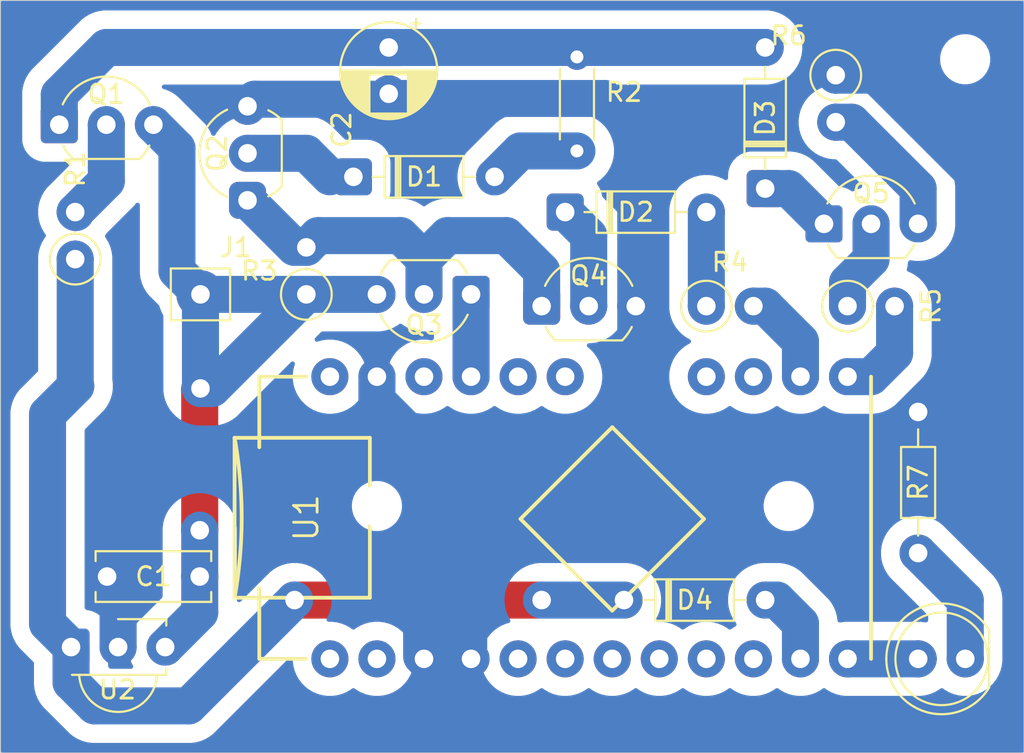
<source format=kicad_pcb>
(kicad_pcb (version 20241229) (generator "pcbnew") (generator_version "9.0")
  (layers (0 "F.Cu" signal) (2 "B.Cu" signal) (13 "F.Paste" user) (15 "B.Paste" user) (5 "F.SilkS" user "F.Silkscreen") (7 "B.SilkS" user "B.Silkscreen") (1 "F.Mask" user) (3 "B.Mask" user) (25 "Edge.Cuts" user))
  (net 0 "")
  (net 1 "GND")
  (net 2 "+5V")
  (net 3 "Net-(D1-A)")
  (net 4 "Net-(D1-K)")
  (net 5 "IR_OUT")
  (net 7 "Net-(D4-A)")
  (net 8 "Net-(D3-K)")
  (net 9 "Net-(D2-A)")
  (net 10 "Net-(D3-A)")
  (net 11 "Net-(Q1-B)")
  (net 12 "Net-(Q2-C)")
  (net 13 "VCC")
  (net 14 "ON_OFF")
  (net 15 "DISCH")
  (net 16 "Net-(D5-K)")
  (net 17 "Net-(D2-K)")
  (net 18 "Net-(Q5-E)")
  (net 19 "Net-(Q5-B)")
  (net 20 "LED")
  (footprint "Resistor_THT:R_Axial_DIN0207_L6.3mm_D2.5mm_P2.54mm_Vertical" (layer "F.Cu") (at 146.275 64.77 90)
    (property "Reference" "R1" (at 4.855 0 90) (layer "F.SilkS"))
    (property "Value" "47K" (hide yes))
    (fp_line (start 1.37 0) (end 1.44 0) (stroke (width 0.12)) (layer "F.SilkS"))
    (fp_circle (center 0 0) (end 1.37 0) (stroke (width 0.12)) (fill no) (layer "F.SilkS"))
    (pad "1" thru_hole circle (at 0 0 90) (size 2 2) (drill 1) (layers "*.Cu" "*.Mask") (net 5 "IR_OUT"))
    (pad "2" thru_hole circle (at 2.54 0 90) (size 2 2) (drill 1) (layers "*.Cu" "*.Mask") (net 11 "Net-(Q1-B)"))
  )
  (footprint "Custom:Arduino_Pro_Micro" (layer "F.Cu") (at 172.72 78.74 90)
    (property "Reference" "U1" (at 0 -13.97 90) (layer "F.SilkS") (effects (font (size 1.27 1.27))))
    (property "Value" "Arduino_Pro_Micro")
    (fp_line (start 4.318 -17.8435) (end 4.318 -10.541) (stroke (width 0.2032)) (layer "F.SilkS"))
    (fp_line (start -4.318 -17.8435) (end 4.318 -17.8435) (stroke (width 0.2032)) (layer "F.SilkS"))
    (fp_line (start 7.62 -16.51) (end 7.62 -13.97) (stroke (width 0.2032)) (layer "F.SilkS"))
    (fp_line (start 3.81 -16.51) (end 7.62 -16.51) (stroke (width 0.2032)) (layer "F.SilkS"))
    (fp_line (start -3.81 -16.51) (end -7.62 -16.51) (stroke (width 0.2032)) (layer "F.SilkS"))
    (fp_line (start -7.62 -16.51) (end -7.62 -13.97) (stroke (width 0.2032)) (layer "F.SilkS"))
    (fp_line (start 4.318 -10.541) (end -4.318 -10.541) (stroke (width 0.2032)) (layer "F.SilkS"))
    (fp_line (start -4.318 -10.541) (end -4.318 -17.8435) (stroke (width 0.2032)) (layer "F.SilkS"))
    (fp_line (start -0.0635 -2.413) (end -5.0165 2.54) (stroke (width 0.2032)) (layer "F.SilkS"))
    (fp_line (start 4.8895 2.54) (end -0.0635 -2.413) (stroke (width 0.2032)) (layer "F.SilkS"))
    (fp_line (start -5.0165 2.54) (end -0.0635 7.493) (stroke (width 0.2032)) (layer "F.SilkS"))
    (fp_line (start -0.0635 7.493) (end 4.8895 2.54) (stroke (width 0.2032)) (layer "F.SilkS"))
    (fp_line (start 7.62 16.51) (end -7.62 16.51) (stroke (width 0.2032)) (layer "F.SilkS"))
    (fp_arc (start 4.318 -17.8435) (mid 0 -17.460445) (end -4.318 -17.8435) (stroke (width 0.2032)) (layer "F.SilkS"))
    (pad "1" thru_hole circle (at -7.62 -12.7 90) (size 2 2) (drill 1) (layers "*.Cu" "*.Mask"))
    (pad "2" thru_hole circle (at -7.62 -10.16 90) (size 2 2) (drill 1) (layers "*.Cu" "*.Mask"))
    (pad "3" thru_hole circle (at -7.62 -7.62 90) (size 2 2) (drill 1) (layers "*.Cu" "*.Mask") (net 1 "GND"))
    (pad "4" thru_hole circle (at -7.62 -5.08 90) (size 2 2) (drill 1) (layers "*.Cu" "*.Mask") (net 1 "GND"))
    (pad "5" thru_hole circle (at -7.62 -2.54 90) (size 2 2) (drill 1) (layers "*.Cu" "*.Mask"))
    (pad "6" thru_hole circle (at -7.62 0 90) (size 2 2) (drill 1) (layers "*.Cu" "*.Mask"))
    (pad "7" thru_hole circle (at -7.62 2.54 90) (size 2 2) (drill 1) (layers "*.Cu" "*.Mask"))
    (pad "8" thru_hole circle (at -7.62 5.08 90) (size 2 2) (drill 1) (layers "*.Cu" "*.Mask"))
    (pad "9" thru_hole circle (at -7.62 7.62 90) (size 2 2) (drill 1) (layers "*.Cu" "*.Mask"))
    (pad "10" thru_hole circle (at -7.62 10.16 90) (size 2 2) (drill 1) (layers "*.Cu" "*.Mask"))
    (pad "11" thru_hole circle (at -7.62 12.7 90) (size 2 2) (drill 1) (layers "*.Cu" "*.Mask") (net 7 "Net-(D4-A)"))
    (pad "12" thru_hole circle (at -7.62 15.24 90) (size 2 2) (drill 1) (layers "*.Cu" "*.Mask") (net 20 "LED"))
    (pad "13" thru_hole circle (at 7.62 15.24 90) (size 2 2) (drill 1) (layers "*.Cu" "*.Mask") (net 15 "DISCH"))
    (pad "14" thru_hole circle (at 7.62 12.7 90) (size 2 2) (drill 1) (layers "*.Cu" "*.Mask") (net 14 "ON_OFF"))
    (pad "15" thru_hole circle (at 7.62 10.16 90) (size 2 2) (drill 1) (layers "*.Cu" "*.Mask"))
    (pad "16" thru_hole circle (at 7.62 7.62 90) (size 2 2) (drill 1) (layers "*.Cu" "*.Mask"))
    (pad "19" thru_hole circle (at 7.62 0 90) (size 2 2) (drill 1) (layers "*.Cu" "*.Mask"))
    (pad "20" thru_hole circle (at 7.62 -2.54 90) (size 2 2) (drill 1) (layers "*.Cu" "*.Mask"))
    (pad "21" thru_hole circle (at 7.62 -5.08 90) (size 2 2) (drill 1) (layers "*.Cu" "*.Mask") (net 13 "VCC"))
    (pad "22" thru_hole circle (at 7.62 -7.62 90) (size 2 2) (drill 1) (layers "*.Cu" "*.Mask"))
    (pad "23" thru_hole circle (at 7.62 -10.16 90) (size 2 2) (drill 1) (layers "*.Cu" "*.Mask") (net 1 "GND"))
    (pad "24" thru_hole circle (at 7.62 -12.7 90) (size 2 2) (drill 1) (layers "*.Cu" "*.Mask"))
  )
  (footprint "Resistor_THT:R_Axial_DIN0207_L6.3mm_D2.5mm_P2.54mm_Vertical" (layer "F.Cu") (at 158.75 66.675 90)
    (property "Reference" "R3" (at 1.27 -2.54 0) (layer "F.SilkS"))
    (property "Value" "100K" (hide yes))
    (fp_line (start 1.37 0) (end 1.44 0) (stroke (width 0.12)) (layer "F.SilkS"))
    (fp_circle (center 0 0) (end 1.37 0) (stroke (width 0.12)) (fill no) (layer "F.SilkS"))
    (pad "1" thru_hole circle (at 0 0 90) (size 2 2) (drill 1) (layers "*.Cu" "*.Mask") (net 2 "+5V"))
    (pad "2" thru_hole circle (at 2.54 0 90) (size 2 2) (drill 1) (layers "*.Cu" "*.Mask") (net 12 "Net-(Q2-C)"))
  )
  (footprint "Capacitor_THT:C_Disc_D6.0mm_W2.5mm_P5.00mm" (layer "F.Cu") (at 147.995 81.915)
    (property "Reference" "C1" (at 2.5 0 0) (layer "F.SilkS"))
    (property "Value" "100nF" (hide yes))
    (fp_line (start -0.62 -1.37) (end 5.62 -1.37) (stroke (width 0.12)) (layer "F.SilkS"))
    (fp_line (start -0.62 -0.835) (end -0.62 -1.37) (stroke (width 0.12)) (layer "F.SilkS"))
    (fp_line (start -0.62 1.37) (end -0.62 0.835) (stroke (width 0.12)) (layer "F.SilkS"))
    (fp_line (start 5.62 -1.37) (end 5.62 -0.835) (stroke (width 0.12)) (layer "F.SilkS"))
    (fp_line (start 5.62 0.835) (end 5.62 1.37) (stroke (width 0.12)) (layer "F.SilkS"))
    (fp_line (start 5.62 1.37) (end -0.62 1.37) (stroke (width 0.12)) (layer "F.SilkS"))
    (pad "1" thru_hole circle (at 0 0) (size 2 2) (drill 1) (layers "*.Cu" "*.Mask") (net 1 "GND"))
    (pad "2" thru_hole circle (at 5 0) (size 2 2) (drill 1) (layers "*.Cu" "*.Mask") (net 2 "+5V"))
  )
  (footprint "Resistor_THT:R_Axial_DIN0204_L3.6mm_D1.6mm_P7.62mm_Horizontal" (layer "F.Cu") (at 191.77 80.645 90)
    (property "Reference" "R7" (at 3.81 0 90) (layer "F.SilkS"))
    (property "Value" "4K7" (hide yes))
    (fp_line (start 6.68 0) (end 5.73 0) (stroke (width 0.12)) (layer "F.SilkS"))
    (fp_line (start 0.94 0) (end 1.89 0) (stroke (width 0.12)) (layer "F.SilkS"))
    (fp_rect (start 1.89 -0.92) (end 5.73 0.92) (stroke (width 0.12)) (fill no) (layer "F.SilkS"))
    (pad "1" thru_hole circle (at 0 0 90) (size 2 2) (drill 1) (layers "*.Cu" "*.Mask") (net 16 "Net-(D5-K)"))
    (pad "2" thru_hole circle (at 7.62 0 90) (size 2 2) (drill 1) (layers "*.Cu" "*.Mask") (net 1 "GND"))
  )
  (footprint "Resistor_THT:R_Axial_DIN0207_L6.3mm_D2.5mm_P2.54mm_Vertical" (layer "F.Cu") (at 180.34 67.31)
    (property "Reference" "R4" (at 1.27 -2.37 0) (layer "F.SilkS"))
    (property "Value" "10K" (hide yes))
    (fp_line (start 1.37 0) (end 1.44 0) (stroke (width 0.12)) (layer "F.SilkS"))
    (fp_circle (center 0 0) (end 1.37 0) (stroke (width 0.12)) (fill no) (layer "F.SilkS"))
    (pad "1" thru_hole circle (at 0 0) (size 2 2) (drill 1) (layers "*.Cu" "*.Mask") (net 9 "Net-(D2-A)"))
    (pad "2" thru_hole circle (at 2.54 0) (size 2 2) (drill 1) (layers "*.Cu" "*.Mask") (net 14 "ON_OFF"))
  )
  (footprint "Diode_THT:D_DO-35_SOD27_P7.62mm_Horizontal" (layer "F.Cu") (at 183.515 60.96 90)
    (property "Reference" "D3" (at 3.81 0 90) (layer "F.SilkS"))
    (property "Value" "1N4148" (hide yes))
    (fp_line (start 2.53 -1.12) (end 2.53 1.12) (stroke (width 0.12)) (layer "F.SilkS"))
    (fp_line (start 2.41 -1.12) (end 2.41 1.12) (stroke (width 0.12)) (layer "F.SilkS"))
    (fp_line (start 2.29 -1.12) (end 2.29 1.12) (stroke (width 0.12)) (layer "F.SilkS"))
    (fp_line (start 6.58 0) (end 5.93 0) (stroke (width 0.12)) (layer "F.SilkS"))
    (fp_line (start 1.04 0) (end 1.69 0) (stroke (width 0.12)) (layer "F.SilkS"))
    (fp_rect (start 1.69 -1.12) (end 5.93 1.12) (stroke (width 0.12)) (fill no) (layer "F.SilkS"))
    (pad "1" thru_hole roundrect (at 0 0 90) (size 2 2) (drill 1) (layers "*.Cu" "*.Mask") (roundrect_rratio 0.15625) (net 8 "Net-(D3-K)"))
    (pad "2" thru_hole circle (at 7.62 0 90) (size 2 2) (drill 1) (layers "*.Cu" "*.Mask") (net 10 "Net-(D3-A)"))
  )
  (footprint "Package_TO_SOT_THT:TO-92_Inline_Wide" (layer "F.Cu") (at 171.45 67.31)
    (property "Reference" "Q4" (at 2.54 -1.65 0) (layer "F.SilkS"))
    (property "Value" "BC547" (hide yes))
    (fp_line (start 0.74 1.85) (end 4.34 1.85) (stroke (width 0.12)) (layer "F.SilkS"))
    (fp_arc (start 0.1836 -1.098807) (mid 1.143021 -2.192817) (end 2.54 -2.6) (stroke (width 0.12)) (layer "F.SilkS"))
    (fp_arc (start 0.74 1.85) (mid 0.446097 1.509328) (end 0.215816 1.122795) (stroke (width 0.12)) (layer "F.SilkS"))
    (fp_arc (start 2.54 -2.6) (mid 3.936979 -2.192818) (end 4.8964 -1.098807) (stroke (width 0.12)) (layer "F.SilkS"))
    (fp_arc (start 4.864184 1.122795) (mid 4.633903 1.509328) (end 4.34 1.85) (stroke (width 0.12)) (layer "F.SilkS"))
    (pad "1" thru_hole roundrect (at 0 0) (size 2 2) (drill 1) (layers "*.Cu" "*.Mask") (roundrect_rratio 0.1666666667) (net 12 "Net-(Q2-C)"))
    (pad "2" thru_hole circle (at 2.54 0) (size 2 2) (drill 1) (layers "*.Cu" "*.Mask") (net 17 "Net-(D2-K)"))
    (pad "3" thru_hole circle (at 5.08 0) (size 2 2) (drill 1) (layers "*.Cu" "*.Mask") (net 1 "GND"))
  )
  (footprint "Resistor_THT:R_Axial_DIN0207_L6.3mm_D2.5mm_P2.54mm_Vertical" (layer "F.Cu") (at 187.325 54.835 -90)
    (property "Reference" "R6" (at -2.13 2.54 180) (layer "F.SilkS"))
    (property "Value" "4K7" (hide yes))
    (fp_line (start 1.37 0) (end 1.44 0) (stroke (width 0.12)) (layer "F.SilkS"))
    (fp_circle (center 0 0) (end 1.37 0) (stroke (width 0.12)) (fill no) (layer "F.SilkS"))
    (pad "1" thru_hole circle (at 0 0 270) (size 2 2) (drill 1) (layers "*.Cu" "*.Mask") (net 1 "GND"))
    (pad "2" thru_hole circle (at 2.54 0 270) (size 2 2) (drill 1) (layers "*.Cu" "*.Mask") (net 18 "Net-(Q5-E)"))
  )
  (footprint "LED_THT:LED_D5.0mm" (layer "F.Cu") (at 194.315 86.36 180)
    (property "Reference" "D5" (hide yes))
    (property "Value" "LED" (hide yes))
    (fp_line (start -1.29 -1.545) (end -1.29 1.545) (stroke (width 0.12)) (layer "F.SilkS"))
    (fp_arc (start 4.26 0) (mid 2.071779 2.880495) (end -1.29 1.54483) (stroke (width 0.12)) (layer "F.SilkS"))
    (fp_arc (start -1.29 -1.54483) (mid 2.071779 -2.880495) (end 4.26 0) (stroke (width 0.12)) (layer "F.SilkS"))
    (fp_circle (center 1.27 0) (end 3.77 0) (stroke (width 0.12)) (fill no) (layer "F.SilkS"))
    (pad "1" thru_hole circle (at 0 0 180) (size 2 2) (drill 1) (layers "*.Cu" "*.Mask") (net 16 "Net-(D5-K)"))
    (pad "2" thru_hole circle (at 2.54 0 180) (size 2 2) (drill 1) (layers "*.Cu" "*.Mask") (net 20 "LED"))
  )
  (footprint "Capacitor_THT:CP_Radial_D5.0mm_P2.50mm" (layer "F.Cu") (at 163.195 53.34 -90)
    (property "Reference" "C2" (at 4.445 2.54 90) (layer "F.SilkS"))
    (property "Value" "10uF" (hide yes))
    (fp_line (start 1.49 1.04) (end 1.49 2.569) (stroke (width 0.12)) (layer "F.SilkS"))
    (fp_line (start 1.53 1.04) (end 1.53 2.565) (stroke (width 0.12)) (layer "F.SilkS"))
    (fp_line (start 1.57 1.04) (end 1.57 2.56) (stroke (width 0.12)) (layer "F.SilkS"))
    (fp_line (start 1.61 1.04) (end 1.61 2.555) (stroke (width 0.12)) (layer "F.SilkS"))
    (fp_line (start 1.65 1.04) (end 1.65 2.549) (stroke (width 0.12)) (layer "F.SilkS"))
    (fp_line (start 1.69 1.04) (end 1.69 2.543) (stroke (width 0.12)) (layer "F.SilkS"))
    (fp_line (start 1.73 1.04) (end 1.73 2.536) (stroke (width 0.12)) (layer "F.SilkS"))
    (fp_line (start 1.77 1.04) (end 1.77 2.528) (stroke (width 0.12)) (layer "F.SilkS"))
    (fp_line (start 1.81 1.04) (end 1.81 2.519) (stroke (width 0.12)) (layer "F.SilkS"))
    (fp_line (start 1.85 1.04) (end 1.85 2.51) (stroke (width 0.12)) (layer "F.SilkS"))
    (fp_line (start 1.89 1.04) (end 1.89 2.501) (stroke (width 0.12)) (layer "F.SilkS"))
    (fp_line (start 1.93 1.04) (end 1.93 2.49) (stroke (width 0.12)) (layer "F.SilkS"))
    (fp_line (start 1.97 1.04) (end 1.97 2.479) (stroke (width 0.12)) (layer "F.SilkS"))
    (fp_line (start 2.01 1.04) (end 2.01 2.467) (stroke (width 0.12)) (layer "F.SilkS"))
    (fp_line (start 2.05 1.04) (end 2.05 2.455) (stroke (width 0.12)) (layer "F.SilkS"))
    (fp_line (start 2.09 1.04) (end 2.09 2.442) (stroke (width 0.12)) (layer "F.SilkS"))
    (fp_line (start 2.13 1.04) (end 2.13 2.428) (stroke (width 0.12)) (layer "F.SilkS"))
    (fp_line (start 2.17 1.04) (end 2.17 2.413) (stroke (width 0.12)) (layer "F.SilkS"))
    (fp_line (start 2.21 1.04) (end 2.21 2.398) (stroke (width 0.12)) (layer "F.SilkS"))
    (fp_line (start 2.25 1.04) (end 2.25 2.382) (stroke (width 0.12)) (layer "F.SilkS"))
    (fp_line (start 2.29 1.04) (end 2.29 2.365) (stroke (width 0.12)) (layer "F.SilkS"))
    (fp_line (start 2.33 1.04) (end 2.33 2.347) (stroke (width 0.12)) (layer "F.SilkS"))
    (fp_line (start 2.37 1.04) (end 2.37 2.329) (stroke (width 0.12)) (layer "F.SilkS"))
    (fp_line (start 2.41 1.04) (end 2.41 2.309) (stroke (width 0.12)) (layer "F.SilkS"))
    (fp_line (start 2.45 1.04) (end 2.45 2.289) (stroke (width 0.12)) (layer "F.SilkS"))
    (fp_line (start 2.49 1.04) (end 2.49 2.268) (stroke (width 0.12)) (layer "F.SilkS"))
    (fp_line (start 2.53 1.04) (end 2.53 2.246) (stroke (width 0.12)) (layer "F.SilkS"))
    (fp_line (start 2.57 1.04) (end 2.57 2.223) (stroke (width 0.12)) (layer "F.SilkS"))
    (fp_line (start 2.61 1.04) (end 2.61 2.199) (stroke (width 0.12)) (layer "F.SilkS"))
    (fp_line (start 2.65 1.04) (end 2.65 2.175) (stroke (width 0.12)) (layer "F.SilkS"))
    (fp_line (start 2.69 1.04) (end 2.69 2.149) (stroke (width 0.12)) (layer "F.SilkS"))
    (fp_line (start 2.73 1.04) (end 2.73 2.122) (stroke (width 0.12)) (layer "F.SilkS"))
    (fp_line (start 2.77 1.04) (end 2.77 2.094) (stroke (width 0.12)) (layer "F.SilkS"))
    (fp_line (start 2.81 1.04) (end 2.81 2.065) (stroke (width 0.12)) (layer "F.SilkS"))
    (fp_line (start 2.85 1.04) (end 2.85 2.035) (stroke (width 0.12)) (layer "F.SilkS"))
    (fp_line (start 2.89 1.04) (end 2.89 2.003) (stroke (width 0.12)) (layer "F.SilkS"))
    (fp_line (start 2.93 1.04) (end 2.93 1.97) (stroke (width 0.12)) (layer "F.SilkS"))
    (fp_line (start 2.97 1.04) (end 2.97 1.936) (stroke (width 0.12)) (layer "F.SilkS"))
    (fp_line (start 3.01 1.04) (end 3.01 1.901) (stroke (width 0.12)) (layer "F.SilkS"))
    (fp_line (start 3.05 1.04) (end 3.05 1.864) (stroke (width 0.12)) (layer "F.SilkS"))
    (fp_line (start 3.09 1.04) (end 3.09 1.825) (stroke (width 0.12)) (layer "F.SilkS"))
    (fp_line (start 3.13 1.04) (end 3.13 1.785) (stroke (width 0.12)) (layer "F.SilkS"))
    (fp_line (start 3.17 1.04) (end 3.17 1.743) (stroke (width 0.12)) (layer "F.SilkS"))
    (fp_line (start 3.21 1.04) (end 3.21 1.699) (stroke (width 0.12)) (layer "F.SilkS"))
    (fp_line (start 3.25 1.04) (end 3.25 1.652) (stroke (width 0.12)) (layer "F.SilkS"))
    (fp_line (start 3.29 1.04) (end 3.29 1.604) (stroke (width 0.12)) (layer "F.SilkS"))
    (fp_line (start 3.33 1.04) (end 3.33 1.553) (stroke (width 0.12)) (layer "F.SilkS"))
    (fp_line (start 3.37 1.04) (end 3.37 1.499) (stroke (width 0.12)) (layer "F.SilkS"))
    (fp_line (start 3.41 1.04) (end 3.41 1.443) (stroke (width 0.12)) (layer "F.SilkS"))
    (fp_line (start 3.45 1.04) (end 3.45 1.383) (stroke (width 0.12)) (layer "F.SilkS"))
    (fp_line (start 3.49 1.04) (end 3.49 1.319) (stroke (width 0.12)) (layer "F.SilkS"))
    (fp_line (start 3.53 1.04) (end 3.53 1.251) (stroke (width 0.12)) (layer "F.SilkS"))
    (fp_line (start 3.85 -0.283) (end 3.85 0.283) (stroke (width 0.12)) (layer "F.SilkS"))
    (fp_line (start 3.81 -0.517) (end 3.81 0.517) (stroke (width 0.12)) (layer "F.SilkS"))
    (fp_line (start 3.77 -0.677) (end 3.77 0.677) (stroke (width 0.12)) (layer "F.SilkS"))
    (fp_line (start 3.73 -0.805) (end 3.73 0.805) (stroke (width 0.12)) (layer "F.SilkS"))
    (fp_line (start 3.69 -0.914) (end 3.69 0.914) (stroke (width 0.12)) (layer "F.SilkS"))
    (fp_line (start 3.65 -1.011) (end 3.65 1.011) (stroke (width 0.12)) (layer "F.SilkS"))
    (fp_line (start 3.61 -1.098) (end 3.61 1.098) (stroke (width 0.12)) (layer "F.SilkS"))
    (fp_line (start 3.57 -1.177) (end 3.57 1.177) (stroke (width 0.12)) (layer "F.SilkS"))
    (fp_line (start 3.53 -1.251) (end 3.53 -1.04) (stroke (width 0.12)) (layer "F.SilkS"))
    (fp_line (start 3.49 -1.319) (end 3.49 -1.04) (stroke (width 0.12)) (layer "F.SilkS"))
    (fp_line (start 3.45 -1.383) (end 3.45 -1.04) (stroke (width 0.12)) (layer "F.SilkS"))
    (fp_line (start 3.41 -1.443) (end 3.41 -1.04) (stroke (width 0.12)) (layer "F.SilkS"))
    (fp_line (start -1.554775 -1.475) (end -1.054775 -1.475) (stroke (width 0.12)) (layer "F.SilkS"))
    (fp_line (start 3.37 -1.499) (end 3.37 -1.04) (stroke (width 0.12)) (layer "F.SilkS"))
    (fp_line (start 3.33 -1.553) (end 3.33 -1.04) (stroke (width 0.12)) (layer "F.SilkS"))
    (fp_line (start 3.29 -1.604) (end 3.29 -1.04) (stroke (width 0.12)) (layer "F.SilkS"))
    (fp_line (start 3.25 -1.652) (end 3.25 -1.04) (stroke (width 0.12)) (layer "F.SilkS"))
    (fp_line (start 3.21 -1.699) (end 3.21 -1.04) (stroke (width 0.12)) (layer "F.SilkS"))
    (fp_line (start -1.304775 -1.725) (end -1.304775 -1.225) (stroke (width 0.12)) (layer "F.SilkS"))
    (fp_line (start 3.17 -1.743) (end 3.17 -1.04) (stroke (width 0.12)) (layer "F.SilkS"))
    (fp_line (start 3.13 -1.785) (end 3.13 -1.04) (stroke (width 0.12)) (layer "F.SilkS"))
    (fp_line (start 3.09 -1.825) (end 3.09 -1.04) (stroke (width 0.12)) (layer "F.SilkS"))
    (fp_line (start 3.05 -1.864) (end 3.05 -1.04) (stroke (width 0.12)) (layer "F.SilkS"))
    (fp_line (start 3.01 -1.901) (end 3.01 -1.04) (stroke (width 0.12)) (layer "F.SilkS"))
    (fp_line (start 2.97 -1.936) (end 2.97 -1.04) (stroke (width 0.12)) (layer "F.SilkS"))
    (fp_line (start 2.93 -1.97) (end 2.93 -1.04) (stroke (width 0.12)) (layer "F.SilkS"))
    (fp_line (start 2.89 -2.003) (end 2.89 -1.04) (stroke (width 0.12)) (layer "F.SilkS"))
    (fp_line (start 2.85 -2.035) (end 2.85 -1.04) (stroke (width 0.12)) (layer "F.SilkS"))
    (fp_line (start 2.81 -2.065) (end 2.81 -1.04) (stroke (width 0.12)) (layer "F.SilkS"))
    (fp_line (start 2.77 -2.094) (end 2.77 -1.04) (stroke (width 0.12)) (layer "F.SilkS"))
    (fp_line (start 2.73 -2.122) (end 2.73 -1.04) (stroke (width 0.12)) (layer "F.SilkS"))
    (fp_line (start 2.69 -2.149) (end 2.69 -1.04) (stroke (width 0.12)) (layer "F.SilkS"))
    (fp_line (start 2.65 -2.175) (end 2.65 -1.04) (stroke (width 0.12)) (layer "F.SilkS"))
    (fp_line (start 2.61 -2.199) (end 2.61 -1.04) (stroke (width 0.12)) (layer "F.SilkS"))
    (fp_line (start 2.57 -2.223) (end 2.57 -1.04) (stroke (width 0.12)) (layer "F.SilkS"))
    (fp_line (start 2.53 -2.246) (end 2.53 -1.04) (stroke (width 0.12)) (layer "F.SilkS"))
    (fp_line (start 2.49 -2.268) (end 2.49 -1.04) (stroke (width 0.12)) (layer "F.SilkS"))
    (fp_line (start 2.45 -2.289) (end 2.45 -1.04) (stroke (width 0.12)) (layer "F.SilkS"))
    (fp_line (start 2.41 -2.309) (end 2.41 -1.04) (stroke (width 0.12)) (layer "F.SilkS"))
    (fp_line (start 2.37 -2.329) (end 2.37 -1.04) (stroke (width 0.12)) (layer "F.SilkS"))
    (fp_line (start 2.33 -2.347) (end 2.33 -1.04) (stroke (width 0.12)) (layer "F.SilkS"))
    (fp_line (start 2.29 -2.365) (end 2.29 -1.04) (stroke (width 0.12)) (layer "F.SilkS"))
    (fp_line (start 2.25 -2.382) (end 2.25 -1.04) (stroke (width 0.12)) (layer "F.SilkS"))
    (fp_line (start 2.21 -2.398) (end 2.21 -1.04) (stroke (width 0.12)) (layer "F.SilkS"))
    (fp_line (start 2.17 -2.413) (end 2.17 -1.04) (stroke (width 0.12)) (layer "F.SilkS"))
    (fp_line (start 2.13 -2.428) (end 2.13 -1.04) (stroke (width 0.12)) (layer "F.SilkS"))
    (fp_line (start 2.09 -2.442) (end 2.09 -1.04) (stroke (width 0.12)) (layer "F.SilkS"))
    (fp_line (start 2.05 -2.455) (end 2.05 -1.04) (stroke (width 0.12)) (layer "F.SilkS"))
    (fp_line (start 2.01 -2.467) (end 2.01 -1.04) (stroke (width 0.12)) (layer "F.SilkS"))
    (fp_line (start 1.97 -2.479) (end 1.97 -1.04) (stroke (width 0.12)) (layer "F.SilkS"))
    (fp_line (start 1.93 -2.49) (end 1.93 -1.04) (stroke (width 0.12)) (layer "F.SilkS"))
    (fp_line (start 1.89 -2.501) (end 1.89 -1.04) (stroke (width 0.12)) (layer "F.SilkS"))
    (fp_line (start 1.85 -2.51) (end 1.85 -1.04) (stroke (width 0.12)) (layer "F.SilkS"))
    (fp_line (start 1.81 -2.519) (end 1.81 -1.04) (stroke (width 0.12)) (layer "F.SilkS"))
    (fp_line (start 1.77 -2.528) (end 1.77 -1.04) (stroke (width 0.12)) (layer "F.SilkS"))
    (fp_line (start 1.73 -2.536) (end 1.73 -1.04) (stroke (width 0.12)) (layer "F.SilkS"))
    (fp_line (start 1.69 -2.543) (end 1.69 -1.04) (stroke (width 0.12)) (layer "F.SilkS"))
    (fp_line (start 1.65 -2.549) (end 1.65 -1.04) (stroke (width 0.12)) (layer "F.SilkS"))
    (fp_line (start 1.61 -2.555) (end 1.61 -1.04) (stroke (width 0.12)) (layer "F.SilkS"))
    (fp_line (start 1.57 -2.56) (end 1.57 -1.04) (stroke (width 0.12)) (layer "F.SilkS"))
    (fp_line (start 1.53 -2.565) (end 1.53 -1.04) (stroke (width 0.12)) (layer "F.SilkS"))
    (fp_line (start 1.49 -2.569) (end 1.49 -1.04) (stroke (width 0.12)) (layer "F.SilkS"))
    (fp_line (start 1.45 -2.572) (end 1.45 2.572) (stroke (width 0.12)) (layer "F.SilkS"))
    (fp_line (start 1.41 -2.575) (end 1.41 2.575) (stroke (width 0.12)) (layer "F.SilkS"))
    (fp_line (start 1.37 -2.577) (end 1.37 2.577) (stroke (width 0.12)) (layer "F.SilkS"))
    (fp_line (start 1.33 -2.579) (end 1.33 2.579) (stroke (width 0.12)) (layer "F.SilkS"))
    (fp_line (start 1.25 -2.58) (end 1.25 2.58) (stroke (width 0.12)) (layer "F.SilkS"))
    (fp_line (start 1.29 -2.58) (end 1.29 2.58) (stroke (width 0.12)) (layer "F.SilkS"))
    (fp_circle (center 1.25 0) (end 3.87 0) (stroke (width 0.12)) (fill no) (layer "F.SilkS"))
    (pad "1" thru_hole roundrect (at 0 0 270) (size 2 2) (drill 1) (layers "*.Cu" "*.Mask") (roundrect_rratio 0.15625) (net 10 "Net-(D3-A)"))
    (pad "2" thru_hole circle (at 2.5 0 270) (size 2 2) (drill 1) (layers "*.Cu" "*.Mask") (net 1 "GND"))
  )
  (footprint "MountingHole:MountingHole_2.2mm_M2_ISO7380" (layer "F.Cu") (at 194.31 53.975)
    (property "Reference" "H1" (hide yes))
    (property "Value" "MountingHole" (hide yes))
    (pad "" np_thru_hole circle (at 0 0) (size 2.2 2.2) (drill 2.2) (layers "*.Cu" "*.Mask"))
  )
  (footprint "Connector_Pin:Pin_D1.2mm_L11.3mm_W3.0mm_Flat" (layer "F.Cu") (at 153.035 66.675)
    (property "Reference" "J1" (at 1.905 -2.54 0) (layer "F.SilkS"))
    (property "Value" "USB")
    (fp_line (start -1.6 -1.4) (end 1.6 -1.4) (stroke (width 0.12)) (layer "F.SilkS"))
    (fp_line (start -1.6 1.4) (end -1.6 -1.4) (stroke (width 0.12)) (layer "F.SilkS"))
    (fp_line (start 1.6 -1.4) (end 1.6 1.4) (stroke (width 0.12)) (layer "F.SilkS"))
    (fp_line (start 1.6 1.4) (end -1.6 1.4) (stroke (width 0.12)) (layer "F.SilkS"))
    (pad "1" thru_hole circle (at 0 0) (size 2.6 2.6) (drill 1) (layers "*.Cu" "*.Mask") (net 2 "+5V"))
  )
  (footprint "Package_TO_SOT_THT:TO-92_Inline_Wide" (layer "F.Cu") (at 145.415 57.51)
    (property "Reference" "Q1" (at 2.54 -1.65 0) (layer "F.SilkS"))
    (property "Value" "BC557" (hide yes))
    (fp_line (start 0.74 1.85) (end 4.34 1.85) (stroke (width 0.12)) (layer "F.SilkS"))
    (fp_arc (start 0.1836 -1.098807) (mid 1.143021 -2.192817) (end 2.54 -2.6) (stroke (width 0.12)) (layer "F.SilkS"))
    (fp_arc (start 0.74 1.85) (mid 0.446097 1.509328) (end 0.215816 1.122795) (stroke (width 0.12)) (layer "F.SilkS"))
    (fp_arc (start 2.54 -2.6) (mid 3.936979 -2.192818) (end 4.8964 -1.098807) (stroke (width 0.12)) (layer "F.SilkS"))
    (fp_arc (start 4.864184 1.122795) (mid 4.633903 1.509328) (end 4.34 1.85) (stroke (width 0.12)) (layer "F.SilkS"))
    (pad "1" thru_hole roundrect (at 0 0) (size 2 2) (drill 1) (layers "*.Cu" "*.Mask") (roundrect_rratio 0.125) (net 10 "Net-(D3-A)"))
    (pad "2" thru_hole circle (at 2.54 0) (size 2 2) (drill 1) (layers "*.Cu" "*.Mask") (net 11 "Net-(Q1-B)"))
    (pad "3" thru_hole circle (at 5.08 0) (size 2 2) (drill 1) (layers "*.Cu" "*.Mask") (net 2 "+5V"))
  )
  (footprint "Package_TO_SOT_THT:TO-92_Inline_Wide" (layer "F.Cu") (at 186.69 62.865)
    (property "Reference" "Q5" (at 2.54 -1.65 0) (layer "F.SilkS"))
    (property "Value" "BC547" (hide yes))
    (fp_line (start 0.74 1.85) (end 4.34 1.85) (stroke (width 0.12)) (layer "F.SilkS"))
    (fp_arc (start 0.1836 -1.098807) (mid 1.143021 -2.192817) (end 2.54 -2.6) (stroke (width 0.12)) (layer "F.SilkS"))
    (fp_arc (start 0.74 1.85) (mid 0.446097 1.509328) (end 0.215816 1.122795) (stroke (width 0.12)) (layer "F.SilkS"))
    (fp_arc (start 2.54 -2.6) (mid 3.936979 -2.192818) (end 4.8964 -1.098807) (stroke (width 0.12)) (layer "F.SilkS"))
    (fp_arc (start 4.864184 1.122795) (mid 4.633903 1.509328) (end 4.34 1.85) (stroke (width 0.12)) (layer "F.SilkS"))
    (pad "1" thru_hole roundrect (at 0 0) (size 2 2) (drill 1) (layers "*.Cu" "*.Mask") (roundrect_rratio 0.125) (net 8 "Net-(D3-K)"))
    (pad "2" thru_hole circle (at 2.54 0) (size 2 2) (drill 1) (layers "*.Cu" "*.Mask") (net 19 "Net-(Q5-B)"))
    (pad "3" thru_hole circle (at 5.08 0) (size 2 2) (drill 1) (layers "*.Cu" "*.Mask") (net 18 "Net-(Q5-E)"))
  )
  (footprint "Diode_THT:D_DO-35_SOD27_P7.62mm_Horizontal" (layer "F.Cu") (at 161.29 60.325)
    (property "Reference" "D1" (at 3.81 0 0) (layer "F.SilkS"))
    (property "Value" "1N4148" (hide yes))
    (fp_line (start 1.04 0) (end 1.69 0) (stroke (width 0.12)) (layer "F.SilkS"))
    (fp_line (start 2.29 -1.12) (end 2.29 1.12) (stroke (width 0.12)) (layer "F.SilkS"))
    (fp_line (start 2.41 -1.12) (end 2.41 1.12) (stroke (width 0.12)) (layer "F.SilkS"))
    (fp_line (start 2.53 -1.12) (end 2.53 1.12) (stroke (width 0.12)) (layer "F.SilkS"))
    (fp_line (start 6.58 0) (end 5.93 0) (stroke (width 0.12)) (layer "F.SilkS"))
    (fp_rect (start 1.69 -1.12) (end 5.93 1.12) (stroke (width 0.12)) (fill no) (layer "F.SilkS"))
    (pad "1" thru_hole roundrect (at 0 0) (size 2 2) (drill 1) (layers "*.Cu" "*.Mask") (roundrect_rratio 0.15625) (net 4 "Net-(D1-K)"))
    (pad "2" thru_hole circle (at 7.62 0) (size 2 2) (drill 1) (layers "*.Cu" "*.Mask") (net 3 "Net-(D1-A)"))
  )
  (footprint "MountingHole:MountingHole_2.2mm_M2_ISO7380" (layer "F.Cu") (at 184.785 78.105)
    (property "Reference" "H3" (hide yes))
    (property "Value" "MountingHole" (hide yes))
    (pad "" np_thru_hole circle (at 0 0) (size 2.2 2.2) (drill 2.2) (layers "*.Cu" "*.Mask"))
  )
  (footprint "Package_TO_SOT_THT:TO-92_Inline_Wide" (layer "F.Cu") (at 167.64 66.675 180)
    (property "Reference" "Q3" (at 2.54 -1.65 0) (layer "F.SilkS"))
    (property "Value" "BC557" (hide yes))
    (fp_line (start 0.74 1.85) (end 4.34 1.85) (stroke (width 0.12)) (layer "F.SilkS"))
    (fp_arc (start 4.864184 1.122795) (mid 4.633903 1.509328) (end 4.34 1.85) (stroke (width 0.12)) (layer "F.SilkS"))
    (fp_arc (start 2.54 -2.6) (mid 3.936979 -2.192818) (end 4.8964 -1.098807) (stroke (width 0.12)) (layer "F.SilkS"))
    (fp_arc (start 0.74 1.85) (mid 0.446097 1.509328) (end 0.215816 1.122795) (stroke (width 0.12)) (layer "F.SilkS"))
    (fp_arc (start 0.1836 -1.098807) (mid 1.143021 -2.192817) (end 2.54 -2.6) (stroke (width 0.12)) (layer "F.SilkS"))
    (pad "1" thru_hole roundrect (at 0 0 180) (size 2 2) (drill 1) (layers "*.Cu" "*.Mask") (roundrect_rratio 0.125) (net 13 "VCC"))
    (pad "2" thru_hole circle (at 2.54 0 180) (size 2 2) (drill 1) (layers "*.Cu" "*.Mask") (net 12 "Net-(Q2-C)"))
    (pad "3" thru_hole circle (at 5.08 0 180) (size 2 2) (drill 1) (layers "*.Cu" "*.Mask") (net 2 "+5V"))
  )
  (footprint "Diode_THT:D_DO-35_SOD27_P7.62mm_Horizontal" (layer "F.Cu") (at 172.72 62.23)
    (property "Reference" "D2" (at 3.81 0 0) (layer "F.SilkS"))
    (property "Value" "1N4148" (hide yes))
    (fp_line (start 1.04 0) (end 1.69 0) (stroke (width 0.12)) (layer "F.SilkS"))
    (fp_line (start 2.29 -1.12) (end 2.29 1.12) (stroke (width 0.12)) (layer "F.SilkS"))
    (fp_line (start 2.41 -1.12) (end 2.41 1.12) (stroke (width 0.12)) (layer "F.SilkS"))
    (fp_line (start 2.53 -1.12) (end 2.53 1.12) (stroke (width 0.12)) (layer "F.SilkS"))
    (fp_line (start 6.58 0) (end 5.93 0) (stroke (width 0.12)) (layer "F.SilkS"))
    (fp_rect (start 1.69 -1.12) (end 5.93 1.12) (stroke (width 0.12)) (fill no) (layer "F.SilkS"))
    (pad "1" thru_hole roundrect (at 0 0) (size 2 2) (drill 1) (layers "*.Cu" "*.Mask") (roundrect_rratio 0.15625) (net 17 "Net-(D2-K)"))
    (pad "2" thru_hole circle (at 7.62 0) (size 2 2) (drill 1) (layers "*.Cu" "*.Mask") (net 9 "Net-(D2-A)"))
  )
  (footprint "Diode_THT:D_DO-35_SOD27_P7.62mm_Horizontal" (layer "F.Cu") (at 175.895 83.185)
    (property "Reference" "D4" (at 3.81 0 0) (layer "F.SilkS"))
    (property "Value" "1N4148" (hide yes))
    (fp_line (start 1.04 0) (end 1.69 0) (stroke (width 0.12)) (layer "F.SilkS"))
    (fp_line (start 2.29 -1.12) (end 2.29 1.12) (stroke (width 0.12)) (layer "F.SilkS"))
    (fp_line (start 2.41 -1.12) (end 2.41 1.12) (stroke (width 0.12)) (layer "F.SilkS"))
    (fp_line (start 2.53 -1.12) (end 2.53 1.12) (stroke (width 0.12)) (layer "F.SilkS"))
    (fp_line (start 6.58 0) (end 5.93 0) (stroke (width 0.12)) (layer "F.SilkS"))
    (fp_rect (start 1.69 -1.12) (end 5.93 1.12) (stroke (width 0.12)) (fill no) (layer "F.SilkS"))
    (pad "1" thru_hole circle (at 0 0) (size 2 2) (drill 1) (layers "*.Cu" "*.Mask") (net 5 "IR_OUT"))
    (pad "2" thru_hole circle (at 7.62 0) (size 2 2) (drill 1) (layers "*.Cu" "*.Mask") (net 7 "Net-(D4-A)"))
  )
  (footprint "Package_TO_SOT_THT:TO-92_Inline_Wide" (layer "F.Cu") (at 155.575 61.595 90)
    (property "Reference" "Q2" (at 2.54 -1.65 90) (layer "F.SilkS"))
    (property "Value" "BC547" (hide yes))
    (fp_line (start 0.74 1.85) (end 4.34 1.85) (stroke (width 0.12)) (layer "F.SilkS"))
    (fp_arc (start 2.54 -2.6) (mid 3.936979 -2.192818) (end 4.8964 -1.098807) (stroke (width 0.12)) (layer "F.SilkS"))
    (fp_arc (start 0.1836 -1.098807) (mid 1.143021 -2.192817) (end 2.54 -2.6) (stroke (width 0.12)) (layer "F.SilkS"))
    (fp_arc (start 4.864184 1.122795) (mid 4.633903 1.509328) (end 4.34 1.85) (stroke (width 0.12)) (layer "F.SilkS"))
    (fp_arc (start 0.74 1.85) (mid 0.446097 1.509328) (end 0.215816 1.122795) (stroke (width 0.12)) (layer "F.SilkS"))
    (pad "1" thru_hole roundrect (at 0 0 90) (size 2 2) (drill 1) (layers "*.Cu" "*.Mask") (net 12 "Net-(Q2-C)"))
    (pad "2" thru_hole circle (at 2.54 0 90) (size 2 2) (drill 1) (layers "*.Cu" "*.Mask") (net 4 "Net-(D1-K)"))
    (pad "3" thru_hole circle (at 5.08 0 90) (size 2 2) (drill 1) (layers "*.Cu" "*.Mask") (net 1 "GND"))
  )
  (footprint "Resistor_THT:R_Axial_DIN0204_L3.6mm_D1.6mm_P5.08mm_Horizontal" (layer "F.Cu") (at 173.355 58.928 90)
    (property "Reference" "R2" (at 3.175 2.54 180) (layer "F.SilkS"))
    (property "Value" "10K")
    (fp_line (start 0.62 -0.92) (end 4.46 -0.92) (stroke (width 0.12)) (layer "F.SilkS"))
    (fp_line (start 0.62 0.92) (end 4.46 0.92) (stroke (width 0.12)) (layer "F.SilkS"))
    (pad "1" thru_hole circle (at 0 0 90) (size 1.4 1.4) (drill 0.7) (layers "*.Cu" "*.Mask") (net 3 "Net-(D1-A)"))
    (pad "2" thru_hole circle (at 5.08 0 90) (size 1.4 1.4) (drill 0.7) (layers "*.Cu" "*.Mask") (net 10 "Net-(D3-A)"))
  )
  (footprint "OptoDevice:Vishay_MINICAST-3Pin" (layer "F.Cu") (at 146.05 85.725)
    (property "Reference" "U2" (at 2.5 2.3 180) (layer "F.SilkS"))
    (property "Value" "VS1838B" (hide yes))
    (fp_line (start 5.14 -1.51) (end 2.54 -1.51) (stroke (width 0.12)) (layer "F.SilkS"))
    (fp_line (start 5.14 -1.16) (end 5.14 -1.51) (stroke (width 0.12)) (layer "F.SilkS"))
    (fp_line (start 5.14 1.16) (end 5.14 1.5) (stroke (width 0.12)) (layer "F.SilkS"))
    (fp_line (start 5.14 1.5) (end 0.05 1.5) (stroke (width 0.12)) (layer "F.SilkS"))
    (fp_arc (start 4.64 1.5) (mid 2.540869 3.502379) (end 0.440083 1.501736) (stroke (width 0.12)) (layer "F.SilkS"))
    (pad "1" thru_hole roundrect (at 0 0) (size 2 2) (drill 1) (layers "*.Cu" "*.Mask") (roundrect_rratio 0.139) (net 5 "IR_OUT"))
    (pad "2" thru_hole circle (at 2.54 0) (size 2 2) (drill 1) (layers "*.Cu" "*.Mask") (net 1 "GND"))
    (pad "3" thru_hole circle (at 5.08 0) (size 2 2) (drill 1) (layers "*.Cu" "*.Mask") (net 2 "+5V"))
  )
  (footprint "MountingHole:MountingHole_2.2mm_M2_ISO7380" (layer "F.Cu") (at 162.56 78.105)
    (property "Reference" "H2" (hide yes))
    (property "Value" "MountingHole" (hide yes))
    (pad "" np_thru_hole circle (at 0 0) (size 2.2 2.2) (drill 2.2) (layers "*.Cu" "*.Mask"))
  )
  (footprint "Resistor_THT:R_Axial_DIN0207_L6.3mm_D2.5mm_P2.54mm_Vertical" (layer "F.Cu") (at 187.96 67.31)
    (property "Reference" "R5" (at 4.5 0 90) (layer "F.SilkS"))
    (property "Value" "4K7" (hide yes))
    (fp_line (start 1.37 0) (end 1.44 0) (stroke (width 0.12)) (layer "F.SilkS"))
    (fp_circle (center 0 0) (end 1.37 0) (stroke (width 0.12)) (fill no) (layer "F.SilkS"))
    (pad "1" thru_hole circle (at 0 0) (size 2 2) (drill 1) (layers "*.Cu" "*.Mask") (net 19 "Net-(Q5-B)"))
    (pad "2" thru_hole circle (at 2.54 0) (size 2 2) (drill 1) (layers "*.Cu" "*.Mask") (net 15 "DISCH"))
  )
  (gr_line (start 197.485 50.8) (end 197.485 91.44) (stroke (width 0.05)) (layer "Edge.Cuts"))
  (gr_line (start 142.24 91.44) (end 142.24 50.8) (stroke (width 0.05)) (layer "Edge.Cuts"))
  (gr_line (start 197.485 91.44) (end 142.24 91.44) (stroke (width 0.05)) (layer "Edge.Cuts"))
  (gr_line (start 142.24 50.8) (end 197.485 50.8) (stroke (width 0.05)) (layer "Edge.Cuts"))
  (segment (start 179.07 74.93) (end 189.865 74.93) (width 2) (layer "B.Cu") (net 1))
  (segment (start 163.195 56.094) (end 174.839 56.094) (width 2) (layer "B.Cu") (net 1))
  (segment (start 148.59 77.47) (end 150.495 75.565) (width 2) (layer "B.Cu") (net 1))
  (segment (start 148.59 85.725) (end 148.59 77.47) (width 2) (layer "B.Cu") (net 1))
  (segment (start 176.53 72.39) (end 173.99 74.93) (width 2) (layer "B.Cu") (net 1))
  (segment (start 172.72 74.93) (end 173.99 74.93) (width 2) (layer "B.Cu") (net 1))
  (segment (start 167.513 80.01) (end 167.513 77.343) (width 2) (layer "B.Cu") (net 1))
  (segment (start 164.973 86.233) (end 164.973 84.963) (width 2) (layer "B.Cu") (net 1))
  (segment (start 167.513 86.233) (end 167.513 80.01) (width 2) (layer "B.Cu") (net 1))
  (segment (start 187.325 54.835) (end 189.455 54.835) (width 2) (layer "B.Cu") (net 1))
  (segment (start 164.973 84.963) (end 167.513 82.423) (width 2) (layer "B.Cu") (net 1))
  (segment (start 172.72 74.93) (end 171.45 74.93) (width 2) (layer "B.Cu") (net 1))
  (segment (start 194.945 69.85) (end 191.77 73.025) (width 2) (layer "B.Cu") (net 1))
  (segment (start 167.64 75.565) (end 150.495 75.565) (width 2) (layer "B.Cu") (net 1))
  (segment (start 176.53 67.31) (end 176.53 72.39) (width 2) (layer "B.Cu") (net 1))
  (segment (start 189.455 54.835) (end 194.945 60.325) (width 2) (layer "B.Cu") (net 1))
  (segment (start 165.1 74.93) (end 165.2905 75.1205) (width 2) (layer "B.Cu") (net 1))
  (segment (start 167.64 74.93) (end 165.1 74.93) (width 2) (layer "B.Cu") (net 1))
  (segment (start 166.243 76.073) (end 167.513 77.343) (width 2) (layer "B.Cu") (net 1))
  (segment (start 155.575 56.515) (end 155.956 56.134) (width 2) (layer "B.Cu") (net 1))
  (segment (start 176.53 72.39) (end 179.07 74.93) (width 2) (layer "B.Cu") (net 1))
  (segment (start 174.839 56.094) (end 176.53 57.785) (width 2) (layer "B.Cu") (net 1))
  (segment (start 171.45 74.93) (end 167.64 74.93) (width 2) (layer "B.Cu") (net 1))
  (segment (start 162.56 72.39) (end 165.1 74.93) (width 2) (layer "B.Cu") (net 1))
  (segment (start 162.916113 56.134) (end 155.956 56.134) (width 2) (layer "B.Cu") (net 1))
  (segment (start 194.945 60.325) (end 194.945 69.85) (width 2) (layer "B.Cu") (net 1))
  (segment (start 189.865 74.93) (end 191.77 73.025) (width 2) (layer "B.Cu") (net 1))
  (segment (start 173.99 74.93) (end 179.07 74.93) (width 2) (layer "B.Cu") (net 1))
  (segment (start 162.56 71.12) (end 162.56 72.39) (width 2) (layer "B.Cu") (net 1))
  (segment (start 176.53 57.785) (end 176.53 67.31) (width 2) (layer "B.Cu") (net 1))
  (segment (start 165.2905 75.1205) (end 166.243 76.073) (width 2) (layer "B.Cu") (net 1))
  (segment (start 152.995 79.415) (end 152.995 71.795) (width 2) (layer "F.Cu") (net 2))
  (segment (start 152.995 71.795) (end 153.035 71.755) (width 2) (layer "F.Cu") (net 2))
  (via (at 152.995 79.415) (size 2) (drill 1) (layers "F.Cu" "B.Cu") (net 2))
  (via (at 153.035 71.755) (size 2) (drill 1) (layers "F.Cu" "B.Cu") (net 2))
  (segment (start 152.995 83.86) (end 151.13 85.725) (width 2) (layer "B.Cu") (net 2))
  (segment (start 150.495 57.51) (end 151.765 58.78) (width 2) (layer "B.Cu") (net 2))
  (segment (start 158.75 66.675) (end 153.035 66.675) (width 2) (layer "B.Cu") (net 2))
  (segment (start 158.75 66.675) (end 157.125 68.3) (width 2) (layer "B.Cu") (net 2))
  (segment (start 152.995 81.915) (end 152.995 79.415) (width 2) (layer "B.Cu") (net 2))
  (segment (start 158.75 66.675) (end 162.56 66.675) (width 2) (layer "B.Cu") (net 2))
  (segment (start 152.995 81.915) (end 152.995 83.86) (width 2) (layer "B.Cu") (net 2))
  (segment (start 151.765 58.78) (end 151.765 65.405) (width 2) (layer "B.Cu") (net 2))
  (segment (start 151.765 65.405) (end 153.035 66.675) (width 2) (layer "B.Cu") (net 2))
  (segment (start 153.67 71.755) (end 157.125 68.3) (width 2) (layer "B.Cu") (net 2))
  (segment (start 153.035 71.755) (end 153.035 66.675) (width 2) (layer "B.Cu") (net 2))
  (segment (start 153.035 71.755) (end 153.67 71.755) (width 2) (layer "B.Cu") (net 2))
  (segment (start 168.91 60.325) (end 170.307 58.928) (width 2) (layer "B.Cu") (net 3))
  (segment (start 170.307 58.928) (end 173.355 58.928) (width 2) (layer "B.Cu") (net 3))
  (segment (start 158.75 59.055) (end 160.02 60.325) (width 2) (layer "B.Cu") (net 4))
  (segment (start 155.575 59.055) (end 158.75 59.055) (width 2) (layer "B.Cu") (net 4))
  (segment (start 158.115 83.185) (end 171.45 83.185) (width 2) (layer "F.Cu") (net 5))
  (via (at 158.115 83.185) (size 2) (drill 1) (layers "F.Cu" "B.Cu") (net 5))
  (via (at 171.45 83.185) (size 2) (drill 1) (layers "F.Cu" "B.Cu") (net 5))
  (segment (start 146.05 85.725) (end 144.78 84.455) (width 2) (layer "B.Cu") (net 5))
  (segment (start 144.78 84.455) (end 144.78 73.152) (width 2) (layer "B.Cu") (net 5))
  (segment (start 144.78 73.152) (end 146.304 71.628) (width 2) (layer "B.Cu") (net 5))
  (segment (start 146.304 71.628) (end 146.275 71.599) (width 2) (layer "B.Cu") (net 5))
  (segment (start 146.05 85.725) (end 146.05 87.63) (width 2) (layer "B.Cu") (net 5))
  (segment (start 146.05 87.63) (end 147.32 88.9) (width 2) (layer "B.Cu") (net 5))
  (segment (start 147.32 88.9) (end 152.4 88.9) (width 2) (layer "B.Cu") (net 5))
  (segment (start 171.45 83.185) (end 175.895 83.185) (width 2) (layer "B.Cu") (net 5))
  (segment (start 152.4 88.9) (end 158.115 83.185) (width 2) (layer "B.Cu") (net 5))
  (segment (start 146.275 71.599) (end 146.275 64.77) (width 2) (layer "B.Cu") (net 5))
  (segment (start 184.15 83.185) (end 183.515 83.185) (width 2) (layer "B.Cu") (net 7))
  (segment (start 185.42 84.455) (end 184.15 83.185) (width 2) (layer "B.Cu") (net 7))
  (segment (start 185.42 86.36) (end 185.42 84.455) (width 2) (layer "B.Cu") (net 7))
  (segment (start 184.785 60.96) (end 186.69 62.865) (width 2) (layer "B.Cu") (net 8))
  (segment (start 183.515 60.96) (end 184.785 60.96) (width 2) (layer "B.Cu") (net 8))
  (segment (start 180.34 62.23) (end 180.34 67.31) (width 2) (layer "B.Cu") (net 9))
  (segment (start 145.415 55.88) (end 145.415 57.51) (width 2) (layer "B.Cu") (net 10))
  (segment (start 147.955 53.34) (end 163.195 53.34) (width 2) (layer "B.Cu") (net 10))
  (segment (start 145.415 55.88) (end 147.955 53.34) (width 2) (layer "B.Cu") (net 10))
  (segment (start 163.195 53.34) (end 172.085 53.34) (width 2) (layer "B.Cu") (net 10))
  (segment (start 183.515 53.34) (end 172.085 53.34) (width 2) (layer "B.Cu") (net 10))
  (segment (start 147.955 60.55) (end 147.955 57.51) (width 2) (layer "B.Cu") (net 11))
  (segment (start 146.275 62.23) (end 147.955 60.55) (width 2) (layer "B.Cu") (net 11))
  (segment (start 146.304 62.259) (end 146.275 62.23) (width 2) (layer "B.Cu") (net 11))
  (segment (start 171.45 67.31) (end 171.45 65.405) (width 2) (layer "B.Cu") (net 12))
  (segment (start 165.1 64.77) (end 163.83 63.5) (width 2) (layer "B.Cu") (net 12))
  (segment (start 163.83 63.5) (end 159.385 63.5) (width 2) (layer "B.Cu") (net 12))
  (segment (start 158.115 64.135) (end 155.575 61.595) (width 2) (layer "B.Cu") (net 12))
  (segment (start 165.1 64.77) (end 166.37 63.5) (width 2) (layer "B.Cu") (net 12))
  (segment (start 169.545 63.5) (end 166.37 63.5) (width 2) (layer "B.Cu") (net 12))
  (segment (start 171.45 65.405) (end 169.545 63.5) (width 2) (layer "B.Cu") (net 12))
  (segment (start 165.1 66.675) (end 165.1 64.77) (width 2) (layer "B.Cu") (net 12))
  (segment (start 158.75 64.135) (end 158.115 64.135) (width 2) (layer "B.Cu") (net 12))
  (segment (start 159.385 63.5) (end 158.75 64.135) (width 2) (layer "B.Cu") (net 12))
  (segment (start 167.64 66.675) (end 167.64 71.12) (width 2) (layer "B.Cu") (net 13))
  (segment (start 185.42 71.12) (end 185.42 69.215) (width 2) (layer "B.Cu") (net 14))
  (segment (start 183.515 67.31) (end 182.88 67.31) (width 2) (layer "B.Cu") (net 14))
  (segment (start 185.42 69.215) (end 183.515 67.31) (width 2) (layer "B.Cu") (net 14))
  (segment (start 187.96 71.12) (end 189.23 71.12) (width 2) (layer "B.Cu") (net 15))
  (segment (start 189.23 71.12) (end 190.5 69.85) (width 2) (layer "B.Cu") (net 15))
  (segment (start 190.5 69.85) (end 190.5 67.31) (width 2) (layer "B.Cu") (net 15))
  (segment (start 194.315 83.19) (end 191.77 80.645) (width 2) (layer "B.Cu") (net 16))
  (segment (start 194.315 86.36) (end 194.315 83.19) (width 2) (layer "B.Cu") (net 16))
  (segment (start 173.99 67.31) (end 173.99 63.5) (width 2) (layer "B.Cu") (net 17))
  (segment (start 173.99 63.5) (end 172.72 62.23) (width 2) (layer "B.Cu") (net 17))
  (segment (start 188.185 57.375) (end 187.325 57.375) (width 2) (layer "B.Cu") (net 18))
  (segment (start 191.77 60.96) (end 188.185 57.375) (width 2) (layer "B.Cu") (net 18))
  (segment (start 191.77 62.865) (end 191.77 60.96) (width 2) (layer "B.Cu") (net 18))
  (segment (start 189.23 64.77) (end 189.23 62.865) (width 2) (layer "B.Cu") (net 19))
  (segment (start 187.96 67.31) (end 187.96 66.04) (width 2) (layer "B.Cu") (net 19))
  (segment (start 187.96 66.04) (end 189.23 64.77) (width 2) (layer "B.Cu") (net 19))
  (segment (start 187.96 86.36) (end 191.775 86.36) (width 2) (layer "B.Cu") (net 20))
  (zone (net 1) (net_name "GND") (layer "B.Cu") (name "GND") (connect_pads yes (clearance 1)) (min_thickness 0.25) (fill yes (thermal_gap 0.5) (thermal_bridge_width 0.5))
    (polygon (pts (xy 142.24 50.8) (xy 142.24 91.44) (xy 197.485 91.44) (xy 197.485 50.8)))
  )
)
</source>
